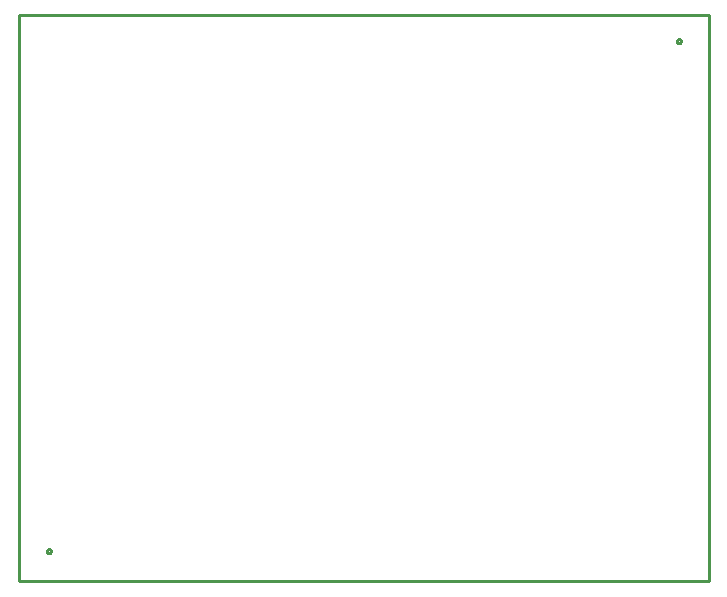
<source format=gbr>
G04 EAGLE Gerber RS-274X export*
G75*
%MOMM*%
%FSLAX34Y34*%
%LPD*%
%IN*%
%IPPOS*%
%AMOC8*
5,1,8,0,0,1.08239X$1,22.5*%
G01*
%ADD10C,0.254000*%


D10*
X0Y0D02*
X584000Y0D01*
X584000Y479300D01*
X0Y479300D01*
X0Y0D01*
X27150Y25228D02*
X27083Y24890D01*
X26951Y24571D01*
X26759Y24284D01*
X26516Y24041D01*
X26229Y23849D01*
X25910Y23717D01*
X25572Y23650D01*
X25228Y23650D01*
X24890Y23717D01*
X24571Y23849D01*
X24284Y24041D01*
X24041Y24284D01*
X23849Y24571D01*
X23717Y24890D01*
X23650Y25228D01*
X23650Y25572D01*
X23717Y25910D01*
X23849Y26229D01*
X24041Y26516D01*
X24284Y26759D01*
X24571Y26951D01*
X24890Y27083D01*
X25228Y27150D01*
X25572Y27150D01*
X25910Y27083D01*
X26229Y26951D01*
X26516Y26759D01*
X26759Y26516D01*
X26951Y26229D01*
X27083Y25910D01*
X27150Y25572D01*
X27150Y25228D01*
X560550Y457028D02*
X560483Y456690D01*
X560351Y456371D01*
X560159Y456084D01*
X559916Y455841D01*
X559629Y455649D01*
X559310Y455517D01*
X558972Y455450D01*
X558628Y455450D01*
X558290Y455517D01*
X557971Y455649D01*
X557684Y455841D01*
X557441Y456084D01*
X557249Y456371D01*
X557117Y456690D01*
X557050Y457028D01*
X557050Y457372D01*
X557117Y457710D01*
X557249Y458029D01*
X557441Y458316D01*
X557684Y458559D01*
X557971Y458751D01*
X558290Y458883D01*
X558628Y458950D01*
X558972Y458950D01*
X559310Y458883D01*
X559629Y458751D01*
X559916Y458559D01*
X560159Y458316D01*
X560351Y458029D01*
X560483Y457710D01*
X560550Y457372D01*
X560550Y457028D01*
M02*

</source>
